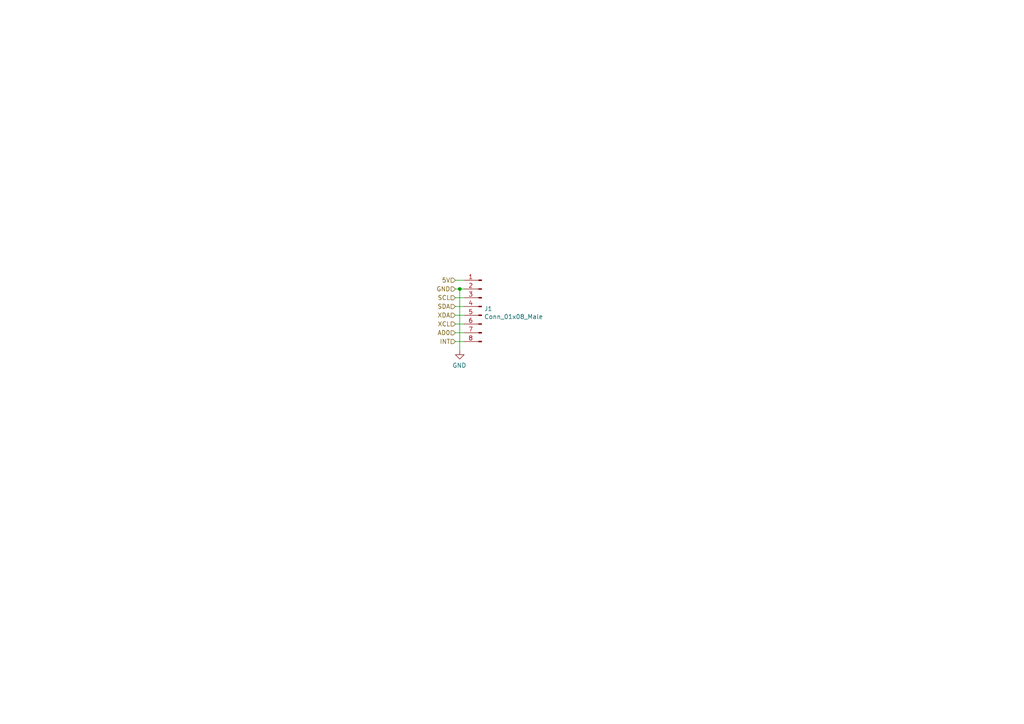
<source format=kicad_sch>
(kicad_sch (version 20211123) (generator eeschema)

  (uuid 51f5536d-48d2-4807-be44-93f427952b0e)

  (paper "A4")

  (lib_symbols
    (symbol "Connector:Conn_01x08_Male" (pin_names (offset 1.016) hide) (in_bom yes) (on_board yes)
      (property "Reference" "J" (id 0) (at 0 10.16 0)
        (effects (font (size 1.27 1.27)))
      )
      (property "Value" "Conn_01x08_Male" (id 1) (at 0 -12.7 0)
        (effects (font (size 1.27 1.27)))
      )
      (property "Footprint" "" (id 2) (at 0 0 0)
        (effects (font (size 1.27 1.27)) hide)
      )
      (property "Datasheet" "~" (id 3) (at 0 0 0)
        (effects (font (size 1.27 1.27)) hide)
      )
      (property "ki_keywords" "connector" (id 4) (at 0 0 0)
        (effects (font (size 1.27 1.27)) hide)
      )
      (property "ki_description" "Generic connector, single row, 01x08, script generated (kicad-library-utils/schlib/autogen/connector/)" (id 5) (at 0 0 0)
        (effects (font (size 1.27 1.27)) hide)
      )
      (property "ki_fp_filters" "Connector*:*_1x??_*" (id 6) (at 0 0 0)
        (effects (font (size 1.27 1.27)) hide)
      )
      (symbol "Conn_01x08_Male_1_1"
        (polyline
          (pts
            (xy 1.27 -10.16)
            (xy 0.8636 -10.16)
          )
          (stroke (width 0.1524) (type default) (color 0 0 0 0))
          (fill (type none))
        )
        (polyline
          (pts
            (xy 1.27 -7.62)
            (xy 0.8636 -7.62)
          )
          (stroke (width 0.1524) (type default) (color 0 0 0 0))
          (fill (type none))
        )
        (polyline
          (pts
            (xy 1.27 -5.08)
            (xy 0.8636 -5.08)
          )
          (stroke (width 0.1524) (type default) (color 0 0 0 0))
          (fill (type none))
        )
        (polyline
          (pts
            (xy 1.27 -2.54)
            (xy 0.8636 -2.54)
          )
          (stroke (width 0.1524) (type default) (color 0 0 0 0))
          (fill (type none))
        )
        (polyline
          (pts
            (xy 1.27 0)
            (xy 0.8636 0)
          )
          (stroke (width 0.1524) (type default) (color 0 0 0 0))
          (fill (type none))
        )
        (polyline
          (pts
            (xy 1.27 2.54)
            (xy 0.8636 2.54)
          )
          (stroke (width 0.1524) (type default) (color 0 0 0 0))
          (fill (type none))
        )
        (polyline
          (pts
            (xy 1.27 5.08)
            (xy 0.8636 5.08)
          )
          (stroke (width 0.1524) (type default) (color 0 0 0 0))
          (fill (type none))
        )
        (polyline
          (pts
            (xy 1.27 7.62)
            (xy 0.8636 7.62)
          )
          (stroke (width 0.1524) (type default) (color 0 0 0 0))
          (fill (type none))
        )
        (rectangle (start 0.8636 -10.033) (end 0 -10.287)
          (stroke (width 0.1524) (type default) (color 0 0 0 0))
          (fill (type outline))
        )
        (rectangle (start 0.8636 -7.493) (end 0 -7.747)
          (stroke (width 0.1524) (type default) (color 0 0 0 0))
          (fill (type outline))
        )
        (rectangle (start 0.8636 -4.953) (end 0 -5.207)
          (stroke (width 0.1524) (type default) (color 0 0 0 0))
          (fill (type outline))
        )
        (rectangle (start 0.8636 -2.413) (end 0 -2.667)
          (stroke (width 0.1524) (type default) (color 0 0 0 0))
          (fill (type outline))
        )
        (rectangle (start 0.8636 0.127) (end 0 -0.127)
          (stroke (width 0.1524) (type default) (color 0 0 0 0))
          (fill (type outline))
        )
        (rectangle (start 0.8636 2.667) (end 0 2.413)
          (stroke (width 0.1524) (type default) (color 0 0 0 0))
          (fill (type outline))
        )
        (rectangle (start 0.8636 5.207) (end 0 4.953)
          (stroke (width 0.1524) (type default) (color 0 0 0 0))
          (fill (type outline))
        )
        (rectangle (start 0.8636 7.747) (end 0 7.493)
          (stroke (width 0.1524) (type default) (color 0 0 0 0))
          (fill (type outline))
        )
        (pin passive line (at 5.08 7.62 180) (length 3.81)
          (name "Pin_1" (effects (font (size 1.27 1.27))))
          (number "1" (effects (font (size 1.27 1.27))))
        )
        (pin passive line (at 5.08 5.08 180) (length 3.81)
          (name "Pin_2" (effects (font (size 1.27 1.27))))
          (number "2" (effects (font (size 1.27 1.27))))
        )
        (pin passive line (at 5.08 2.54 180) (length 3.81)
          (name "Pin_3" (effects (font (size 1.27 1.27))))
          (number "3" (effects (font (size 1.27 1.27))))
        )
        (pin passive line (at 5.08 0 180) (length 3.81)
          (name "Pin_4" (effects (font (size 1.27 1.27))))
          (number "4" (effects (font (size 1.27 1.27))))
        )
        (pin passive line (at 5.08 -2.54 180) (length 3.81)
          (name "Pin_5" (effects (font (size 1.27 1.27))))
          (number "5" (effects (font (size 1.27 1.27))))
        )
        (pin passive line (at 5.08 -5.08 180) (length 3.81)
          (name "Pin_6" (effects (font (size 1.27 1.27))))
          (number "6" (effects (font (size 1.27 1.27))))
        )
        (pin passive line (at 5.08 -7.62 180) (length 3.81)
          (name "Pin_7" (effects (font (size 1.27 1.27))))
          (number "7" (effects (font (size 1.27 1.27))))
        )
        (pin passive line (at 5.08 -10.16 180) (length 3.81)
          (name "Pin_8" (effects (font (size 1.27 1.27))))
          (number "8" (effects (font (size 1.27 1.27))))
        )
      )
    )
    (symbol "power:GND" (power) (pin_names (offset 0)) (in_bom yes) (on_board yes)
      (property "Reference" "#PWR" (id 0) (at 0 -6.35 0)
        (effects (font (size 1.27 1.27)) hide)
      )
      (property "Value" "GND" (id 1) (at 0 -3.81 0)
        (effects (font (size 1.27 1.27)))
      )
      (property "Footprint" "" (id 2) (at 0 0 0)
        (effects (font (size 1.27 1.27)) hide)
      )
      (property "Datasheet" "" (id 3) (at 0 0 0)
        (effects (font (size 1.27 1.27)) hide)
      )
      (property "ki_keywords" "power-flag" (id 4) (at 0 0 0)
        (effects (font (size 1.27 1.27)) hide)
      )
      (property "ki_description" "Power symbol creates a global label with name \"GND\" , ground" (id 5) (at 0 0 0)
        (effects (font (size 1.27 1.27)) hide)
      )
      (symbol "GND_0_1"
        (polyline
          (pts
            (xy 0 0)
            (xy 0 -1.27)
            (xy 1.27 -1.27)
            (xy 0 -2.54)
            (xy -1.27 -1.27)
            (xy 0 -1.27)
          )
          (stroke (width 0) (type default) (color 0 0 0 0))
          (fill (type none))
        )
      )
      (symbol "GND_1_1"
        (pin power_in line (at 0 0 270) (length 0) hide
          (name "GND" (effects (font (size 1.27 1.27))))
          (number "1" (effects (font (size 1.27 1.27))))
        )
      )
    )
  )

  (junction (at 133.35 83.82) (diameter 0) (color 0 0 0 0)
    (uuid d04eabf5-018b-4006-a739-ce16277681b7)
  )

  (wire (pts (xy 132.08 99.06) (xy 134.62 99.06))
    (stroke (width 0) (type default) (color 0 0 0 0))
    (uuid 017667a9-f5de-49c7-af53-4f9af2f3a311)
  )
  (wire (pts (xy 132.08 86.36) (xy 134.62 86.36))
    (stroke (width 0) (type default) (color 0 0 0 0))
    (uuid 2a4f1c24-6486-4fd8-8092-72bb07a81274)
  )
  (wire (pts (xy 132.08 83.82) (xy 133.35 83.82))
    (stroke (width 0) (type default) (color 0 0 0 0))
    (uuid 3382bf79-b686-4aeb-9419-c8ab591662bb)
  )
  (wire (pts (xy 132.08 96.52) (xy 134.62 96.52))
    (stroke (width 0) (type default) (color 0 0 0 0))
    (uuid 7d2422a2-6679-4b2f-b253-47eef0da2414)
  )
  (wire (pts (xy 132.08 91.44) (xy 134.62 91.44))
    (stroke (width 0) (type default) (color 0 0 0 0))
    (uuid 897277a3-b7ce-4d18-8c5f-1c984a246298)
  )
  (wire (pts (xy 132.08 81.28) (xy 134.62 81.28))
    (stroke (width 0) (type default) (color 0 0 0 0))
    (uuid a1701438-3c8b-4b49-8695-36ec7f9ae4d2)
  )
  (wire (pts (xy 134.62 83.82) (xy 133.35 83.82))
    (stroke (width 0) (type default) (color 0 0 0 0))
    (uuid a7c83b25-afbd-4974-8870-387db8f81a5c)
  )
  (wire (pts (xy 133.35 83.82) (xy 133.35 101.6))
    (stroke (width 0) (type default) (color 0 0 0 0))
    (uuid c7db4903-f95a-49f5-bcce-c52f0ca8defc)
  )
  (wire (pts (xy 132.08 88.9) (xy 134.62 88.9))
    (stroke (width 0) (type default) (color 0 0 0 0))
    (uuid e6bf257d-5112-423c-b70a-adf8446f29da)
  )
  (wire (pts (xy 132.08 93.98) (xy 134.62 93.98))
    (stroke (width 0) (type default) (color 0 0 0 0))
    (uuid ed612f6d-67c1-4198-976d-84139f8d99bc)
  )

  (hierarchical_label "AD0" (shape input) (at 132.08 96.52 180)
    (effects (font (size 1.27 1.27)) (justify right))
    (uuid 1ae3634a-f90f-4c6a-8ba7-b38f98d4ccb2)
  )
  (hierarchical_label "XDA" (shape input) (at 132.08 91.44 180)
    (effects (font (size 1.27 1.27)) (justify right))
    (uuid 1d9dc91c-3457-4ca5-8e42-43be60ae0831)
  )
  (hierarchical_label "SCL" (shape input) (at 132.08 86.36 180)
    (effects (font (size 1.27 1.27)) (justify right))
    (uuid 2c10387c-3cac-4a7c-bbfb-95d69f41a890)
  )
  (hierarchical_label "INT" (shape input) (at 132.08 99.06 180)
    (effects (font (size 1.27 1.27)) (justify right))
    (uuid 4c144ffa-02d0-42da-aef1-f5175cbde9c0)
  )
  (hierarchical_label "XCL" (shape input) (at 132.08 93.98 180)
    (effects (font (size 1.27 1.27)) (justify right))
    (uuid 80b9a57f-3326-43ca-b6ca-5e911992b3c4)
  )
  (hierarchical_label "5V" (shape input) (at 132.08 81.28 180)
    (effects (font (size 1.27 1.27)) (justify right))
    (uuid 92d938cc-f8b1-437d-8914-3d97a0938f67)
  )
  (hierarchical_label "GND" (shape input) (at 132.08 83.82 180)
    (effects (font (size 1.27 1.27)) (justify right))
    (uuid bc204c79-0619-4b16-889d-335bfdd71ce0)
  )
  (hierarchical_label "SDA" (shape input) (at 132.08 88.9 180)
    (effects (font (size 1.27 1.27)) (justify right))
    (uuid f1c2e9b0-6f9f-485b-b482-d408df476d0f)
  )

  (symbol (lib_id "power:GND") (at 133.35 101.6 0) (mirror y) (unit 1)
    (in_bom yes) (on_board yes)
    (uuid 00000000-0000-0000-0000-000061837f5d)
    (property "Reference" "#PWR042" (id 0) (at 133.35 107.95 0)
      (effects (font (size 1.27 1.27)) hide)
    )
    (property "Value" "GND" (id 1) (at 133.223 105.9942 0))
    (property "Footprint" "" (id 2) (at 133.35 101.6 0)
      (effects (font (size 1.27 1.27)) hide)
    )
    (property "Datasheet" "" (id 3) (at 133.35 101.6 0)
      (effects (font (size 1.27 1.27)) hide)
    )
    (pin "1" (uuid c994d980-7bd2-480d-9db9-daf1e1397ac2))
  )

  (symbol (lib_id "Connector:Conn_01x08_Male") (at 139.7 88.9 0) (mirror y) (unit 1)
    (in_bom yes) (on_board yes)
    (uuid 00000000-0000-0000-0000-00006183942c)
    (property "Reference" "J1" (id 0) (at 140.4112 89.5604 0)
      (effects (font (size 1.27 1.27)) (justify right))
    )
    (property "Value" "Conn_01x08_Male" (id 1) (at 140.4112 91.8718 0)
      (effects (font (size 1.27 1.27)) (justify right))
    )
    (property "Footprint" "RascalHat:MPU-6050-Module" (id 2) (at 139.7 88.9 0)
      (effects (font (size 1.27 1.27)) hide)
    )
    (property "Datasheet" "~" (id 3) (at 139.7 88.9 0)
      (effects (font (size 1.27 1.27)) hide)
    )
    (pin "1" (uuid f5751636-179d-42f6-84a1-b57312e22235))
    (pin "2" (uuid 8db473f2-a523-45d0-95f3-17da82cb6fed))
    (pin "3" (uuid c1982966-86d2-469d-8d70-d9749f2686e5))
    (pin "4" (uuid a4f92e98-9948-4fe7-9593-97fe8797b7e6))
    (pin "5" (uuid a3fc79d6-0094-4a47-966b-3e6a77ee0d68))
    (pin "6" (uuid 4e48f2b1-7e80-47ec-824b-883a968ad9f9))
    (pin "7" (uuid af0af41e-659e-4e99-9b35-33f9dcf2ed42))
    (pin "8" (uuid 0b88085b-1054-4318-9dcf-e65c23b74dae))
  )
)

</source>
